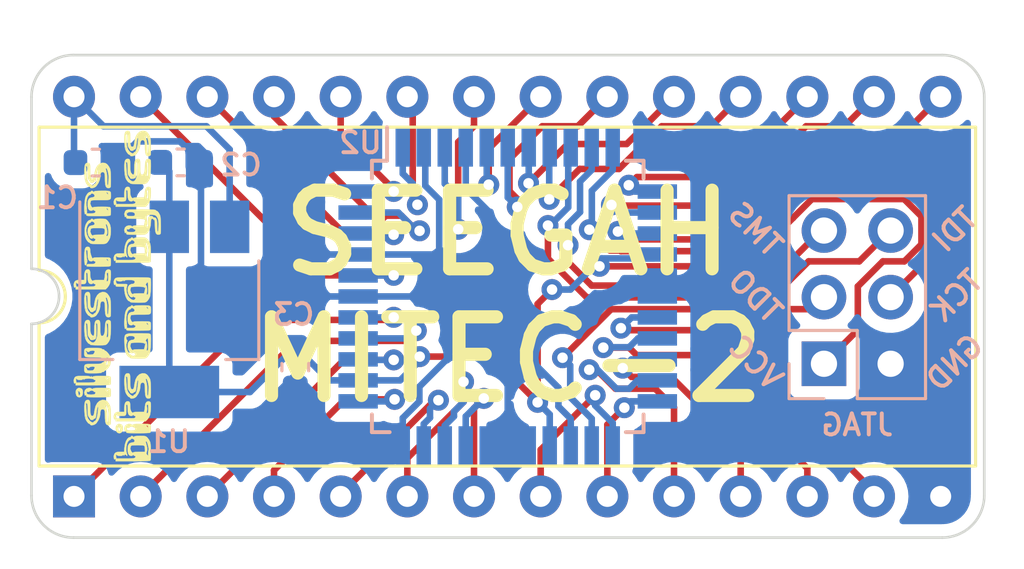
<source format=kicad_pcb>
(kicad_pcb (version 20211014) (generator pcbnew)
  (layers (0 "F.Cu" signal) (31 "B.Cu" signal) (34 "B.Paste" user) (35 "F.Paste" user) (36 "B.SilkS" user "B.Silkscreen") (37 "F.SilkS" user "F.Silkscreen") (38 "B.Mask" user) (39 "F.Mask" user) (44 "Edge.Cuts" user))
  (net 0 "")
  (net 1 "+5V")
  (net 2 "+3V3")
  (net 3 "GND")
  (net 4 "/~{NMI}")
  (net 5 "/~{CSSRAM}")
  (net 6 "/~{MREQ}")
  (net 7 "/~{CEROM2}")
  (net 8 "/~{NMIN}")
  (net 9 "/A6")
  (net 10 "/~{RD}")
  (net 11 "/A7")
  (net 12 "/~{WR}")
  (net 13 "/RAMA7")
  (net 14 "/~{IORQ}")
  (net 15 "/~{MUX}")
  (net 16 "/~{RFSH}")
  (net 17 "/~{RAS1}")
  (net 18 "/~{MEMR}")
  (net 19 "/~{RAS2}")
  (net 20 "/~{MEMW}")
  (net 21 "/~{CAS1}")
  (net 22 "/~{IOR}")
  (net 23 "/~{CAS2}")
  (net 24 "/~{IOW}")
  (net 25 "/~{CE89}")
  (net 26 "/A14")
  (net 27 "/~{CSR}")
  (net 28 "/A15")
  (net 29 "/~{CSW}")
  (net 30 "/JTAG_TDI")
  (net 31 "/JTAG_TMS")
  (net 32 "/JTAG_TCK")
  (net 33 "/JTAG_TDO")
  (footprint "Silvestron Components:sbab-text-logo-tiny" (layer "F.Cu") (at 118 102.4 90)
    (fp_text reference "G***" hide)
    (fp_text value "LOGO" hide)
  )
  (footprint "Package_DIP:DIP-28_W15.24mm_Socket" (layer "F.Cu") (at 116.237236 109.787839 90)
    (fp_text reference "J1" hide)
    (fp_text value "MITEC2")
    (pad "1" thru_hole rect (at 0 0 90) (size 1.6 1.6) (drill 0.8) (layers *.Cu *.Mask) (net 4 "/~{NMI}"))
    (pad "2" thru_hole oval (at 0 2.54 90) (size 1.6 1.6) (drill 0.8) (layers *.Cu *.Mask) (net 6 "/~{MREQ}"))
    (pad "3" thru_hole oval (at 0 5.08 90) (size 1.6 1.6) (drill 0.8) (layers *.Cu *.Mask) (net 8 "/~{NMIN}"))
    (pad "4" thru_hole oval (at 0 7.62 90) (size 1.6 1.6) (drill 0.8) (layers *.Cu *.Mask) (net 10 "/~{RD}"))
    (pad "5" thru_hole oval (at 0 10.16 90) (size 1.6 1.6) (drill 0.8) (layers *.Cu *.Mask) (net 12 "/~{WR}"))
    (pad "6" thru_hole oval (at 0 12.7 90) (size 1.6 1.6) (drill 0.8) (layers *.Cu *.Mask) (net 14 "/~{IORQ}"))
    (pad "7" thru_hole oval (at 0 15.24 90) (size 1.6 1.6) (drill 0.8) (layers *.Cu *.Mask) (net 16 "/~{RFSH}"))
    (pad "8" thru_hole oval (at 0 17.78 90) (size 1.6 1.6) (drill 0.8) (layers *.Cu *.Mask) (net 18 "/~{MEMR}"))
    (pad "9" thru_hole oval (at 0 20.32 90) (size 1.6 1.6) (drill 0.8) (layers *.Cu *.Mask) (net 20 "/~{MEMW}"))
    (pad "10" thru_hole oval (at 0 22.86 90) (size 1.6 1.6) (drill 0.8) (layers *.Cu *.Mask) (net 22 "/~{IOR}"))
    (pad "11" thru_hole oval (at 0 25.4 90) (size 1.6 1.6) (drill 0.8) (layers *.Cu *.Mask) (net 24 "/~{IOW}"))
    (pad "12" thru_hole oval (at 0 27.94 90) (size 1.6 1.6) (drill 0.8) (layers *.Cu *.Mask) (net 26 "/A14"))
    (pad "13" thru_hole oval (at 0 30.48 90) (size 1.6 1.6) (drill 0.8) (layers *.Cu *.Mask) (net 28 "/A15"))
    (pad "14" thru_hole oval (at 0 33.02 90) (size 1.6 1.6) (drill 0.8) (layers *.Cu *.Mask) (net 3 "GND"))
    (pad "15" thru_hole oval (at 15.24 33.02 90) (size 1.6 1.6) (drill 0.8) (layers *.Cu *.Mask) (net 5 "/~{CSSRAM}"))
    (pad "16" thru_hole oval (at 15.24 30.48 90) (size 1.6 1.6) (drill 0.8) (layers *.Cu *.Mask) (net 7 "/~{CEROM2}"))
    (pad "17" thru_hole oval (at 15.24 27.94 90) (size 1.6 1.6) (drill 0.8) (layers *.Cu *.Mask) (net 9 "/A6"))
    (pad "18" thru_hole oval (at 15.24 25.4 90) (size 1.6 1.6) (drill 0.8) (layers *.Cu *.Mask) (net 11 "/A7"))
    (pad "19" thru_hole oval (at 15.24 22.86 90) (size 1.6 1.6) (drill 0.8) (layers *.Cu *.Mask) (net 13 "/RAMA7"))
    (pad "20" thru_hole oval (at 15.24 20.32 90) (size 1.6 1.6) (drill 0.8) (layers *.Cu *.Mask) (net 15 "/~{MUX}"))
    (pad "21" thru_hole oval (at 15.24 17.78 90) (size 1.6 1.6) (drill 0.8) (layers *.Cu *.Mask) (net 17 "/~{RAS1}"))
    (pad "22" thru_hole oval (at 15.24 15.24 90) (size 1.6 1.6) (drill 0.8) (layers *.Cu *.Mask) (net 19 "/~{RAS2}"))
    (pad "23" thru_hole oval (at 15.24 12.7 90) (size 1.6 1.6) (drill 0.8) (layers *.Cu *.Mask) (net 21 "/~{CAS1}"))
    (pad "24" thru_hole oval (at 15.24 10.16 90) (size 1.6 1.6) (drill 0.8) (layers *.Cu *.Mask) (net 23 "/~{CAS2}"))
    (pad "25" thru_hole oval (at 15.24 7.62 90) (size 1.6 1.6) (drill 0.8) (layers *.Cu *.Mask) (net 25 "/~{CE89}"))
    (pad "26" thru_hole oval (at 15.24 5.08 90) (size 1.6 1.6) (drill 0.8) (layers *.Cu *.Mask) (net 27 "/~{CSR}"))
    (pad "27" thru_hole oval (at 15.24 2.54 90) (size 1.6 1.6) (drill 0.8) (layers *.Cu *.Mask) (net 29 "/~{CSW}"))
    (pad "28" thru_hole oval (at 15.24 0 90) (size 1.6 1.6) (drill 0.8) (layers *.Cu *.Mask) (net 1 "+5V"))
  )
  (footprint "Capacitor_SMD:C_0603_1608Metric" (layer "B.Cu") (at 117.067237 97.057838 180)
    (fp_text reference "C1" (at 1.467237 -1.342162) (layer "B.SilkS") (effects (font (size 0.8 0.8)) (justify mirror)))
    (fp_text value "1uF")
    (pad "1" smd roundrect locked (at -0.775 0 180) (size 0.9 0.95) (layers "B.Cu" "B.Paste" "B.Mask") (net 3 "GND"))
    (pad "2" smd roundrect locked (at 0.775 0 180) (size 0.9 0.95) (layers "B.Cu" "B.Paste" "B.Mask") (net 1 "+5V"))
  )
  (footprint "Package_TO_SOT_SMD:SOT-223-3_TabPin2" (layer "B.Cu") (at 119.867237 102.657839 -90)
    (fp_text reference "U1" (at 5.042161 0.017237 -180) (layer "B.SilkS") (effects (font (size 0.8 0.8)) (justify mirror)))
    (fp_text value "AMS1117-3.3")
    (pad "1" smd rect locked (at -3.15 2.3 270) (size 2 1.5) (layers "B.Cu" "B.Paste" "B.Mask") (net 3 "GND"))
    (pad "2" smd rect locked (at 3.15 0 270) (size 2 3.8) (layers "B.Cu" "B.Paste" "B.Mask") (net 2 "+3V3"))
    (pad "2" smd rect locked (at -3.15 0 270) (size 2 1.5) (layers "B.Cu" "B.Paste" "B.Mask") (net 2 "+3V3"))
    (pad "3" smd rect locked (at -3.15 -2.3 270) (size 2 1.5) (layers "B.Cu" "B.Paste" "B.Mask") (net 1 "+5V"))
  )
  (footprint "Capacitor_SMD:C_0603_1608Metric" (layer "B.Cu") (at 120.3 97.05)
    (fp_text reference "C2" (at 2.3 0.1) (layer "B.SilkS") (effects (font (size 0.8 0.8)) (justify mirror)))
    (fp_text value "1uF")
    (pad "1" smd roundrect locked (at -0.775 0) (size 0.9 0.95) (layers "B.Cu" "B.Paste" "B.Mask") (net 2 "+3V3"))
    (pad "2" smd roundrect locked (at 0.775 0) (size 0.9 0.95) (layers "B.Cu" "B.Paste" "B.Mask") (net 3 "GND"))
  )
  (footprint "Connector_PinHeader_2.54mm:PinHeader_2x03_P2.54mm_Vertical" (layer "B.Cu") (at 144.81 104.73)
    (fp_text reference "JTAG" (at 1.27 2.33) (layer "B.SilkS") (effects (font (size 0.8 0.8)) (justify mirror)))
    (fp_text value "JTAG")
    (pad "1" thru_hole rect locked (at 0 0) (size 1.7 1.7) (drill 1) (layers *.Cu *.Mask) (net 2 "+3V3"))
    (pad "2" thru_hole oval locked (at 2.54 0) (size 1.7 1.7) (drill 1) (layers *.Cu *.Mask) (net 3 "GND"))
    (pad "3" thru_hole oval locked (at 0 -2.54) (size 1.7 1.7) (drill 1) (layers *.Cu *.Mask) (net 33 "/JTAG_TDO"))
    (pad "4" thru_hole oval locked (at 2.54 -2.54) (size 1.7 1.7) (drill 1) (layers *.Cu *.Mask) (net 32 "/JTAG_TCK"))
    (pad "5" thru_hole oval locked (at 0 -5.08) (size 1.7 1.7) (drill 1) (layers *.Cu *.Mask) (net 31 "/JTAG_TMS"))
    (pad "6" thru_hole oval locked (at 2.54 -5.08) (size 1.7 1.7) (drill 1) (layers *.Cu *.Mask) (net 30 "/JTAG_TDI"))
  )
  (footprint "Capacitor_SMD:C_0603_1608Metric" (layer "B.Cu") (at 124.667237 104.857839 -90)
    (fp_text reference "C3" (at -2.007839 0.067237 180) (layer "B.SilkS") (effects (font (size 0.8 0.8)) (justify mirror)))
    (fp_text value "100nF")
    (pad "1" smd roundrect locked (at -0.775 0 270) (size 0.9 0.95) (layers "B.Cu" "B.Paste" "B.Mask") (net 2 "+3V3"))
    (pad "2" smd roundrect locked (at 0.775 0 270) (size 0.9 0.95) (layers "B.Cu" "B.Paste" "B.Mask") (net 3 "GND"))
  )
  (footprint "Package_QFP:TQFP-44_10x10mm_P0.8mm" (layer "B.Cu") (at 132.762237 102.16284 -90)
    (fp_text reference "U2" (at -5.86284 5.612237 -180) (layer "B.SilkS") (effects (font (size 0.8 0.8)) (justify mirror)))
    (fp_text value "XC9536XL-10VQ44C")
    (pad "1" smd rect locked (at -5.7 4 270) (size 1.5 0.55) (layers "B.Cu" "B.Paste" "B.Mask") (net 21 "/~{CAS1}"))
    (pad "2" smd rect locked (at -5.7 3.2 270) (size 1.5 0.55) (layers "B.Cu" "B.Paste" "B.Mask") (net 3 "GND"))
    (pad "3" smd rect locked (at -5.7 2.4 270) (size 1.5 0.55) (layers "B.Cu" "B.Paste" "B.Mask") (net 19 "/~{RAS2}"))
    (pad "4" smd rect locked (at -5.7 1.6 270) (size 1.5 0.55) (layers "B.Cu" "B.Paste" "B.Mask") (net 3 "GND"))
    (pad "5" smd rect locked (at -5.7 0.8 270) (size 1.5 0.55) (layers "B.Cu" "B.Paste" "B.Mask") (net 17 "/~{RAS1}"))
    (pad "6" smd rect locked (at -5.7 0 270) (size 1.5 0.55) (layers "B.Cu" "B.Paste" "B.Mask") (net 15 "/~{MUX}"))
    (pad "7" smd rect locked (at -5.7 -0.8 270) (size 1.5 0.55) (layers "B.Cu" "B.Paste" "B.Mask") (net 13 "/RAMA7"))
    (pad "8" smd rect locked (at -5.7 -1.6 270) (size 1.5 0.55) (layers "B.Cu" "B.Paste" "B.Mask") (net 11 "/A7"))
    (pad "9" smd rect locked (at -5.7 -2.4 270) (size 1.5 0.55) (layers "B.Cu" "B.Paste" "B.Mask") (net 30 "/JTAG_TDI"))
    (pad "10" smd rect locked (at -5.7 -3.2 270) (size 1.5 0.55) (layers "B.Cu" "B.Paste" "B.Mask") (net 31 "/JTAG_TMS"))
    (pad "11" smd rect locked (at -5.7 -4 270) (size 1.5 0.55) (layers "B.Cu" "B.Paste" "B.Mask") (net 32 "/JTAG_TCK"))
    (pad "12" smd rect locked (at -4 -5.7 180) (size 1.5 0.55) (layers "B.Cu" "B.Paste" "B.Mask") (net 9 "/A6"))
    (pad "13" smd rect locked (at -3.2 -5.7 180) (size 1.5 0.55) (layers "B.Cu" "B.Paste" "B.Mask") (net 7 "/~{CEROM2}"))
    (pad "14" smd rect locked (at -2.4 -5.7 180) (size 1.5 0.55) (layers "B.Cu" "B.Paste" "B.Mask") (net 5 "/~{CSSRAM}"))
    (pad "15" smd rect locked (at -1.6 -5.7 180) (size 1.5 0.55) (layers "B.Cu" "B.Paste" "B.Mask") (net 2 "+3V3"))
    (pad "16" smd rect locked (at -0.8 -5.7 180) (size 1.5 0.55) (layers "B.Cu" "B.Paste" "B.Mask") (net 3 "GND"))
    (pad "17" smd rect locked (at 0 -5.7 180) (size 1.5 0.55) (layers "B.Cu" "B.Paste" "B.Mask") (net 3 "GND"))
    (pad "18" smd rect locked (at 0.8 -5.7 180) (size 1.5 0.55) (layers "B.Cu" "B.Paste" "B.Mask") (net 28 "/A15"))
    (pad "19" smd rect locked (at 1.6 -5.7 180) (size 1.5 0.55) (layers "B.Cu" "B.Paste" "B.Mask") (net 26 "/A14"))
    (pad "20" smd rect locked (at 2.4 -5.7 180) (size 1.5 0.55) (layers "B.Cu" "B.Paste" "B.Mask") (net 24 "/~{IOW}"))
    (pad "21" smd rect locked (at 3.2 -5.7 180) (size 1.5 0.55) (layers "B.Cu" "B.Paste" "B.Mask") (net 22 "/~{IOR}"))
    (pad "22" smd rect locked (at 4 -5.7 180) (size 1.5 0.55) (layers "B.Cu" "B.Paste" "B.Mask") (net 20 "/~{MEMW}"))
    (pad "23" smd rect locked (at 5.7 -4 270) (size 1.5 0.55) (layers "B.Cu" "B.Paste" "B.Mask") (net 18 "/~{MEMR}"))
    (pad "24" smd rect locked (at 5.7 -3.2 270) (size 1.5 0.55) (layers "B.Cu" "B.Paste" "B.Mask") (net 33 "/JTAG_TDO"))
    (pad "25" smd rect locked (at 5.7 -2.4 270) (size 1.5 0.55) (layers "B.Cu" "B.Paste" "B.Mask") (net 3 "GND"))
    (pad "26" smd rect locked (at 5.7 -1.6 270) (size 1.5 0.55) (layers "B.Cu" "B.Paste" "B.Mask") (net 2 "+3V3"))
    (pad "27" smd rect locked (at 5.7 -0.8 270) (size 1.5 0.55) (layers "B.Cu" "B.Paste" "B.Mask") (net 3 "GND"))
    (pad "28" smd rect locked (at 5.7 0 270) (size 1.5 0.55) (layers "B.Cu" "B.Paste" "B.Mask") (net 3 "GND"))
    (pad "29" smd rect locked (at 5.7 0.8 270) (size 1.5 0.55) (layers "B.Cu" "B.Paste" "B.Mask") (net 3 "GND"))
    (pad "30" smd rect locked (at 5.7 1.6 270) (size 1.5 0.55) (layers "B.Cu" "B.Paste" "B.Mask") (net 16 "/~{RFSH}"))
    (pad "31" smd rect locked (at 5.7 2.4 270) (size 1.5 0.55) (layers "B.Cu" "B.Paste" "B.Mask") (net 14 "/~{IORQ}"))
    (pad "32" smd rect locked (at 5.7 3.2 270) (size 1.5 0.55) (layers "B.Cu" "B.Paste" "B.Mask") (net 12 "/~{WR}"))
    (pad "33" smd rect locked (at 5.7 4 270) (size 1.5 0.55) (layers "B.Cu" "B.Paste" "B.Mask") (net 3 "GND"))
    (pad "34" smd rect locked (at 4 5.7 180) (size 1.5 0.55) (layers "B.Cu" "B.Paste" "B.Mask") (net 10 "/~{RD}"))
    (pad "35" smd rect locked (at 3.2 5.7 180) (size 1.5 0.55) (layers "B.Cu" "B.Paste" "B.Mask") (net 2 "+3V3"))
    (pad "36" smd rect locked (at 2.4 5.7 180) (size 1.5 0.55) (layers "B.Cu" "B.Paste" "B.Mask") (net 8 "/~{NMIN}"))
    (pad "37" smd rect locked (at 1.6 5.7 180) (size 1.5 0.55) (layers "B.Cu" "B.Paste" "B.Mask") (net 6 "/~{MREQ}"))
    (pad "38" smd rect locked (at 0.8 5.7 180) (size 1.5 0.55) (layers "B.Cu" "B.Paste" "B.Mask") (net 4 "/~{NMI}"))
    (pad "39" smd rect locked (at 0 5.7 180) (size 1.5 0.55) (layers "B.Cu" "B.Paste" "B.Mask") (net 3 "GND"))
    (pad "40" smd rect locked (at -0.8 5.7 180) (size 1.5 0.55) (layers "B.Cu" "B.Paste" "B.Mask") (net 29 "/~{CSW}"))
    (pad "41" smd rect locked (at -1.6 5.7 180) (size 1.5 0.55) (layers "B.Cu" "B.Paste" "B.Mask") (net 3 "GND"))
    (pad "42" smd rect locked (at -2.4 5.7 180) (size 1.5 0.55) (layers "B.Cu" "B.Paste" "B.Mask") (net 27 "/~{CSR}"))
    (pad "43" smd rect locked (at -3.2 5.7 180) (size 1.5 0.55) (layers "B.Cu" "B.Paste" "B.Mask") (net 25 "/~{CE89}"))
    (pad "44" smd rect locked (at -4 5.7 180) (size 1.5 0.55) (layers "B.Cu" "B.Paste" "B.Mask") (net 23 "/~{CAS2}"))
  )
  (gr_arc (start 150.917237 109.757839) (mid 150.448607 110.88921) (end 149.317236 111.35784) (layer "Edge.Cuts") (width 0.1))
  (gr_line (start 149.317237 92.957839) (end 116.217238 92.957839) (layer "Edge.Cuts") (width 0.1))
  (gr_line (start 150.917237 109.757839) (end 150.917237 94.557839) (layer "Edge.Cuts") (width 0.1))
  (gr_arc (start 116.217237 111.357839) (mid 115.085865 110.88921) (end 114.617237 109.757838) (layer "Edge.Cuts") (width 0.1))
  (gr_line (start 114.617235 101.107838) (end 114.617237 94.557839) (layer "Edge.Cuts") (width 0.1))
  (gr_line (start 114.617237 109.757838) (end 114.617237 103.20784) (layer "Edge.Cuts") (width 0.1))
  (gr_arc (start 149.317237 92.957839) (mid 150.448608 93.426468) (end 150.917237 94.557839) (layer "Edge.Cuts") (width 0.1))
  (gr_line (start 116.217237 111.357839) (end 149.317236 111.35784) (layer "Edge.Cuts") (width 0.1))
  (gr_arc (start 114.617237 94.557839) (mid 115.085867 93.426468) (end 116.217238 92.957839) (layer "Edge.Cuts") (width 0.1))
  (gr_arc (start 114.617235 101.107838) (mid 115.667236 102.157838) (end 114.617237 103.20784) (layer "Edge.Cuts") (width 0.1))
  (gr_text "TCK" (at 149.85 102.147838 45) (layer "B.SilkS") (effects (font (size 0.8 0.8)) (justify mirror)))
  (gr_text "VCC" (at 142.2 104.687838 315) (layer "B.SilkS") (effects (font (size 0.8 0.8)) (justify mirror)))
  (gr_text "TMS" (at 142.2 99.607838 315) (layer "B.SilkS") (effects (font (size 0.8 0.8)) (justify mirror)))
  (gr_text "GND" (at 149.8 104.687839 45) (layer "B.SilkS") (effects (font (size 0.8 0.8)) (justify mirror)))
  (gr_text "TDI" (at 149.8 99.607838 45) (layer "B.SilkS") (effects (font (size 0.8 0.8)) (justify mirror)))
  (gr_text "TDO" (at 142.2 102.147839 315) (layer "B.SilkS") (effects (font (size 0.8 0.8)) (justify mirror)))
  (gr_text "SEEGAH\nMITEC-2" (at 132.762236 102.162839) (layer "F.SilkS") (effects (font (size 3 3) (thickness 0.5))))
  (segment (start 122.167236 96.557839) (end 121.281748 95.672351) (width 0.25) (layer "B.Cu") (net 1))
  (segment (start 116.292238 97.057839) (end 116.237237 97.002839) (width 0.25) (layer "B.Cu") (net 1))
  (segment (start 117.361748 95.67235) (end 116.237237 94.547839) (width 0.25) (layer "B.Cu") (net 1))
  (segment (start 116.237237 97.002839) (end 116.237237 94.547839) (width 0.25) (layer "B.Cu") (net 1))
  (segment (start 122.167236 99.507838) (end 122.167236 96.557839) (width 0.25) (layer "B.Cu") (net 1))
  (segment (start 121.281748 95.672351) (end 117.361748 95.67235) (width 0.25) (layer "B.Cu") (net 1))
  (segment (start 141.786483 101.013517) (end 143.635489 99.164511) (width 0.25) (layer "F.Cu") (net 2))
  (segment (start 143.635489 99.163501) (end 144.34899 98.45) (width 0.25) (layer "F.Cu") (net 2))
  (segment (start 143.635489 99.164511) (end 143.635489 99.163501) (width 0.25) (layer "F.Cu") (net 2))
  (segment (start 132.157227 104.457227) (end 133.9 106.2) (width 0.25) (layer "F.Cu") (net 2))
  (segment (start 133.9 102.45) (end 133.9 106.2) (width 0.25) (layer "F.Cu") (net 2))
  (segment (start 134.45 101.9) (end 133.9 102.45) (width 0.25) (layer "F.Cu") (net 2))
  (segment (start 147.864282 98.45) (end 148.524511 99.110229) (width 0.25) (layer "F.Cu") (net 2))
  (segment (start 144.34899 98.45) (end 147.864282 98.45) (width 0.25) (layer "F.Cu") (net 2))
  (segment (start 148.524511 99.110229) (end 148.524511 100.175489) (width 0.25) (layer "F.Cu") (net 2))
  (segment (start 146.1 101.77899) (end 146.1 103.44) (width 0.25) (layer "F.Cu") (net 2))
  (segment (start 136.257702 101.013517) (end 141.786483 101.013517) (width 0.25) (layer "F.Cu") (net 2))
  (segment (start 148.524511 100.175489) (end 147.875489 100.824511) (width 0.25) (layer "F.Cu") (net 2))
  (segment (start 129.408897 104.457227) (end 132.157227 104.457227) (width 0.25) (layer "F.Cu") (net 2))
  (segment (start 147.875489 100.824511) (end 147.054479 100.824511) (width 0.25) (layer "F.Cu") (net 2))
  (segment (start 146.1 103.44) (end 144.81 104.73) (width 0.25) (layer "F.Cu") (net 2))
  (segment (start 147.054479 100.824511) (end 146.1 101.77899) (width 0.25) (layer "F.Cu") (net 2))
  (via (at 129.408897 104.457227) (size 0.8) (drill 0.4) (layers "F.Cu" "B.Cu") (net 2))
  (via (at 136.257702 101.013517) (size 0.8) (drill 0.4) (layers "F.Cu" "B.Cu") (net 2))
  (via (at 134.45 101.9) (size 0.8) (drill 0.4) (layers "F.Cu" "B.Cu") (net 2))
  (via (at 133.9 106.2) (size 0.8) (drill 0.4) (layers "F.Cu" "B.Cu") (net 2))
  (segment (start 135.150685 101.9) (end 136.125342 100.925342) (width 0.25) (layer "B.Cu") (net 2))
  (segment (start 125.947238 105.36284) (end 124.667237 104.082839) (width 0.25) (layer "B.Cu") (net 2))
  (segment (start 119.867237 97.392237) (end 119.867237 99.507839) (width 0.25) (layer "B.Cu") (net 2))
  (segment (start 138.313678 100.711399) (end 138.462237 100.56284) (width 0.25) (layer "B.Cu") (net 2))
  (segment (start 119.867237 105.807838) (end 122.942238 105.807839) (width 0.25) (layer "B.Cu") (net 2))
  (segment (start 119.525 97.05) (end 119.867237 97.392237) (width 0.25) (layer "B.Cu") (net 2))
  (segment (start 136.213517 101.013517) (end 136.257702 101.013517) (width 0.25) (layer "B.Cu") (net 2))
  (segment (start 136.125342 100.925342) (end 136.213517 101.013517) (width 0.25) (layer "B.Cu") (net 2))
  (segment (start 136.339286 100.711399) (end 138.313678 100.711399) (width 0.25) (layer "B.Cu") (net 2))
  (segment (start 122.942238 105.807839) (end 124.667236 104.082839) (width 0.25) (layer "B.Cu") (net 2))
  (segment (start 136.125342 100.925342) (end 136.339286 100.711399) (width 0.25) (layer "B.Cu") (net 2))
  (segment (start 129.408897 104.615294) (end 128.661351 105.36284) (width 0.25) (layer "B.Cu") (net 2))
  (segment (start 129.408897 104.457227) (end 129.408897 104.615294) (width 0.25) (layer "B.Cu") (net 2))
  (segment (start 133.9 106.2) (end 134.362237 106.662237) (width 0.25) (layer "B.Cu") (net 2))
  (segment (start 127.062237 105.36284) (end 125.947238 105.36284) (width 0.25) (layer "B.Cu") (net 2))
  (segment (start 134.45 101.9) (end 135.150685 101.9) (width 0.25) (layer "B.Cu") (net 2))
  (segment (start 128.661351 105.36284) (end 127.062237 105.36284) (width 0.25) (layer "B.Cu") (net 2))
  (segment (start 119.867237 105.807838) (end 119.867236 99.507838) (width 0.25) (layer "B.Cu") (net 2))
  (segment (start 134.362237 106.662237) (end 134.362237 107.86284) (width 0.25) (layer "B.Cu") (net 2))
  (segment (start 129.395331 106.166623) (end 129.395331 105.604669) (width 0.25) (layer "B.Cu") (net 3))
  (segment (start 117.567237 97.332839) (end 117.567238 99.507839) (width 0.25) (layer "B.Cu") (net 3))
  (segment (start 127.062237 102.16284) (end 125.63716 102.16284) (width 0.25) (layer "B.Cu") (net 3))
  (segment (start 128.762237 106.799717) (end 129.395331 106.166623) (width 0.25) (layer "B.Cu") (net 3))
  (segment (start 130.48716 102.16284) (end 130.7 101.95) (width 0.25) (layer "B.Cu") (net 3))
  (segment (start 128.762237 107.86284) (end 128.762237 106.799717) (width 0.25) (layer "B.Cu") (net 3))
  (segment (start 132.05 98.936877) (end 132.05 100) (width 0.25) (layer "B.Cu") (net 3))
  (segment (start 132.762237 107.86284) (end 132.762237 105.037763) (width 0.25) (layer "B.Cu") (net 3))
  (segment (start 135.162237 107.86284) (end 135.162237 106.826519) (width 0.25) (layer "B.Cu") (net 3))
  (segment (start 135.162237 106.826519) (end 134.692859 106.357141) (width 0.25) (layer "B.Cu") (net 3))
  (segment (start 129.395331 105.604669) (end 130.5 104.5) (width 0.25) (layer "B.Cu") (net 3))
  (segment (start 134.692859 105.642859) (end 133.85 104.8) (width 0.25) (layer "B.Cu") (net 3))
  (segment (start 131.162237 98.026519) (end 131.313226 98.177508) (width 0.25) (layer "B.Cu") (net 3))
  (segment (start 117.842237 97.057838) (end 117.567237 97.332839) (width 0.25) (layer "B.Cu") (net 3))
  (segment (start 130.75 101.15) (end 130.149989 100.549989) (width 0.25) (layer "B.Cu") (net 3))
  (segment (start 118.649595 96.25048) (end 120.27548 96.25048) (width 0.25) (layer "B.Cu") (net 3))
  (segment (start 127.062237 100.56284) (end 125.46284 100.56284) (width 0.25) (layer "B.Cu") (net 3))
  (segment (start 127.062237 102.16284) (end 130.48716 102.16284) (width 0.25) (layer "B.Cu") (net 3))
  (segment (start 130.149989 98.469471) (end 129.620575 97.940057) (width 0.25) (layer "B.Cu") (net 3))
  (segment (start 130.149989 100.549989) (end 130.149989 98.469471) (width 0.25) (layer "B.Cu") (net 3))
  (segment (start 127.062237 100.56284) (end 130.336068 100.56284) (width 0.25) (layer "B.Cu") (net 3))
  (segment (start 129.620575 96.521178) (end 129.562237 96.46284) (width 0.25) (layer "B.Cu") (net 3))
  (segment (start 131.313226 98.200103) (end 132.05 98.936877) (width 0.25) (layer "B.Cu") (net 3))
  (segment (start 131.162237 96.46284) (end 131.162237 98.026519) (width 0.25) (layer "B.Cu") (net 3))
  (segment (start 134.692859 106.357141) (end 134.692859 105.642859) (width 0.25) (layer "B.Cu") (net 3))
  (segment (start 121.075 97.05) (end 121.075 101.925) (width 0.25) (layer "B.Cu") (net 3))
  (segment (start 131.313226 98.177508) (end 131.313226 98.200103) (width 0.25) (layer "B.Cu") (net 3))
  (segment (start 120.27548 96.25048) (end 121.075 97.05) (width 0.25) (layer "B.Cu") (net 3))
  (segment (start 129.620575 97.940057) (end 129.620575 96.521178) (width 0.25) (layer "B.Cu") (net 3))
  (segment (start 117.842237 97.057838) (end 118.649595 96.25048) (width 0.25) (layer "B.Cu") (net 3))
  (segment (start 128.417237 102.957838) (end 128.317237 103.057839) (width 0.25) (layer "F.Cu") (net 4))
  (segment (start 128.317237 103.057839) (end 122.967237 103.057839) (width 0.25) (layer "F.Cu") (net 4))
  (segment (start 122.967237 103.057839) (end 116.237236 109.787839) (width 0.25) (layer "F.Cu") (net 4))
  (via (at 128.417237 102.957838) (size 0.8) (drill 0.4) (layers "F.Cu" "B.Cu") (net 4))
  (segment (start 128.412237 102.962838) (end 127.062237 102.962839) (width 0.25) (layer "B.Cu") (net 4))
  (segment (start 128.417237 102.957838) (end 128.412237 102.962838) (width 0.25) (layer "B.Cu") (net 4))
  (segment (start 140.913112 99.986888) (end 143.492161 97.407839) (width 0.25) (layer "F.Cu") (net 5))
  (segment (start 136.959377 99.68598) (end 137.260285 99.986888) (width 0.25) (layer "F.Cu") (net 5))
  (segment (start 146.397236 97.407839) (end 149.257237 94.547839) (width 0.25) (layer "F.Cu") (net 5))
  (segment (start 137.260285 99.986888) (end 140.913112 99.986888) (width 0.25) (layer "F.Cu") (net 5))
  (segment (start 143.492161 97.407839) (end 146.397236 97.407839) (width 0.25) (layer "F.Cu") (net 5))
  (via (at 136.959377 99.68598) (size 0.8) (drill 0.4) (layers "F.Cu" "B.Cu") (net 5))
  (segment (start 137.036236 99.762839) (end 138.462238 99.762839) (width 0.25) (layer "B.Cu") (net 5))
  (segment (start 136.959377 99.68598) (end 137.036236 99.762839) (width 0.25) (layer "B.Cu") (net 5))
  (segment (start 124.707237 103.857838) (end 118.777237 109.787839) (width 0.25) (layer "F.Cu") (net 6))
  (segment (start 128.886236 103.857838) (end 124.707237 103.857838) (width 0.25) (layer "F.Cu") (net 6))
  (segment (start 129.277702 103.466372) (end 128.886236 103.857838) (width 0.25) (layer "F.Cu") (net 6))
  (via (at 129.277702 103.466372) (size 0.8) (drill 0.4) (layers "F.Cu" "B.Cu") (net 6))
  (segment (start 129.277702 103.466372) (end 128.981235 103.762839) (width 0.25) (layer "B.Cu") (net 6))
  (segment (start 128.981235 103.762839) (end 127.062238 103.762839) (width 0.25) (layer "B.Cu") (net 6))
  (segment (start 145.592725 95.67235) (end 146.717236 94.547839) (width 0.25) (layer "F.Cu") (net 7))
  (segment (start 141.1 98.7) (end 144.12765 95.67235) (width 0.25) (layer "F.Cu") (net 7))
  (segment (start 136.740913 98.7) (end 141.1 98.7) (width 0.25) (layer "F.Cu") (net 7))
  (segment (start 136.712899 98.671986) (end 136.740913 98.7) (width 0.25) (layer "F.Cu") (net 7))
  (segment (start 144.12765 95.67235) (end 145.592725 95.67235) (width 0.25) (layer "F.Cu") (net 7))
  (via (at 136.712899 98.671986) (size 0.8) (drill 0.4) (layers "F.Cu" "B.Cu") (net 7))
  (segment (start 137.003753 98.96284) (end 138.462237 98.96284) (width 0.25) (layer "B.Cu") (net 7))
  (segment (start 136.712899 98.671986) (end 137.003753 98.96284) (width 0.25) (layer "B.Cu") (net 7))
  (segment (start 128.417238 104.582339) (end 126.522736 104.582339) (width 0.25) (layer "F.Cu") (net 8))
  (segment (start 126.522736 104.582339) (end 121.317237 109.787838) (width 0.25) (layer "F.Cu") (net 8))
  (via (at 128.417238 104.582339) (size 0.8) (drill 0.4) (layers "F.Cu" "B.Cu") (net 8))
  (segment (start 128.417238 104.582339) (end 127.081737 104.582339) (width 0.25) (layer "B.Cu") (net 8))
  (segment (start 127.081737 104.582339) (end 127.062236 104.562839) (width 0.25) (layer "B.Cu") (net 8))
  (segment (start 137.372752 97.921254) (end 137.685206 97.6088) (width 0.25) (layer "F.Cu") (net 9))
  (segment (start 141.116277 97.6088) (end 144.177236 94.547839) (width 0.25) (layer "F.Cu") (net 9))
  (segment (start 137.685206 97.6088) (end 141.116277 97.6088) (width 0.25) (layer "F.Cu") (net 9))
  (via (at 137.372752 97.921254) (size 0.8) (drill 0.4) (layers "F.Cu" "B.Cu") (net 9))
  (segment (start 137.614337 98.162839) (end 138.462237 98.162839) (width 0.25) (layer "B.Cu") (net 9))
  (segment (start 137.372752 97.921254) (end 137.614337 98.162839) (width 0.25) (layer "B.Cu") (net 9))
  (segment (start 123.857236 108.792764) (end 123.857236 109.787839) (width 0.25) (layer "F.Cu") (net 10))
  (segment (start 126.56266 106.08734) (end 123.857236 108.792764) (width 0.25) (layer "F.Cu") (net 10))
  (segment (start 128.45 106.08734) (end 126.56266 106.08734) (width 0.25) (layer "F.Cu") (net 10))
  (via (at 128.45 106.08734) (size 0.8) (drill 0.4) (layers "F.Cu" "B.Cu") (net 10))
  (segment (start 128.45 106.08734) (end 128.3745 106.16284) (width 0.25) (layer "B.Cu") (net 10))
  (segment (start 128.3745 106.16284) (end 127.062237 106.16284) (width 0.25) (layer "B.Cu") (net 10))
  (segment (start 140.512725 95.67235) (end 138.62765 95.67235) (width 0.25) (layer "F.Cu") (net 11))
  (segment (start 135.50356 97.3) (end 134.342527 98.461033) (width 0.25) (layer "F.Cu") (net 11))
  (segment (start 141.637236 94.547839) (end 140.512725 95.67235) (width 0.25) (layer "F.Cu") (net 11))
  (segment (start 137 97.3) (end 135.50356 97.3) (width 0.25) (layer "F.Cu") (net 11))
  (segment (start 138.62765 95.67235) (end 137 97.3) (width 0.25) (layer "F.Cu") (net 11))
  (via (at 134.342527 98.461033) (size 0.8) (drill 0.4) (layers "F.Cu" "B.Cu") (net 11))
  (segment (start 134.342527 98.461033) (end 134.342527 96.48255) (width 0.25) (layer "B.Cu") (net 11))
  (segment (start 134.342527 96.48255) (end 134.362237 96.46284) (width 0.25) (layer "B.Cu") (net 11))
  (segment (start 129.980158 106.119842) (end 126.397237 109.702763) (width 0.25) (layer "F.Cu") (net 12))
  (segment (start 130.119842 106.119842) (end 129.980158 106.119842) (width 0.25) (layer "F.Cu") (net 12))
  (segment (start 126.397237 109.702763) (end 126.397237 109.787838) (width 0.25) (layer "F.Cu") (net 12))
  (via (at 130.119842 106.119842) (size 0.8) (drill 0.4) (layers "F.Cu" "B.Cu") (net 12))
  (segment (start 129.8 106.788329) (end 129.562237 107.026092) (width 0.25) (layer "B.Cu") (net 12))
  (segment (start 129.8 106.439684) (end 129.8 106.788329) (width 0.25) (layer "B.Cu") (net 12))
  (segment (start 129.562237 107.026092) (end 129.562237 107.86284) (width 0.25) (layer "B.Cu") (net 12))
  (segment (start 130.119842 106.119842) (end 129.8 106.439684) (width 0.25) (layer "B.Cu") (net 12))
  (segment (start 135.050829 96.35) (end 133.554048 97.846781) (width 0.25) (layer "F.Cu") (net 13))
  (segment (start 137.295075 96.35) (end 135.050829 96.35) (width 0.25) (layer "F.Cu") (net 13))
  (segment (start 139.097236 94.547839) (end 137.295075 96.35) (width 0.25) (layer "F.Cu") (net 13))
  (via (at 133.554048 97.846781) (size 0.8) (drill 0.4) (layers "F.Cu" "B.Cu") (net 13))
  (segment (start 133.562237 97.838592) (end 133.554048 97.846781) (width 0.25) (layer "B.Cu") (net 13))
  (segment (start 133.562237 96.46284) (end 133.562237 97.838592) (width 0.25) (layer "B.Cu") (net 13))
  (segment (start 131.077935 106.186347) (end 128.937236 108.327046) (width 0.25) (layer "F.Cu") (net 14))
  (segment (start 128.937236 108.327046) (end 128.937236 109.787839) (width 0.25) (layer "F.Cu") (net 14))
  (segment (start 131.077935 105.41524) (end 131.077935 106.186347) (width 0.25) (layer "F.Cu") (net 14))
  (via (at 131.077935 105.41524) (size 0.8) (drill 0.4) (layers "F.Cu" "B.Cu") (net 14))
  (segment (start 130.712717 106.551565) (end 130.712717 106.737283) (width 0.25) (layer "B.Cu") (net 14))
  (segment (start 130.362237 107.087763) (end 130.362237 107.86284) (width 0.25) (layer "B.Cu") (net 14))
  (segment (start 131.077935 105.41524) (end 131.077935 106.186347) (width 0.25) (layer "B.Cu") (net 14))
  (segment (start 131.077935 106.186347) (end 130.712717 106.551565) (width 0.25) (layer "B.Cu") (net 14))
  (segment (start 130.712717 106.737283) (end 130.362237 107.087763) (width 0.25) (layer "B.Cu") (net 14))
  (segment (start 132.829537 96.920463) (end 134.07765 95.67235) (width 0.25) (layer "F.Cu") (net 15))
  (segment (start 132.829537 98.146884) (end 132.829537 96.920463) (width 0.25) (layer "F.Cu") (net 15))
  (segment (start 133.126268 98.443615) (end 132.829537 98.146884) (width 0.25) (layer "F.Cu") (net 15))
  (segment (start 135.432725 95.67235) (end 136.557236 94.547839) (width 0.25) (layer "F.Cu") (net 15))
  (segment (start 134.07765 95.67235) (end 135.432725 95.67235) (width 0.25) (layer "F.Cu") (net 15))
  (segment (start 133.126268 98.750114) (end 133.126268 98.443615) (width 0.25) (layer "F.Cu") (net 15))
  (via (at 133.126268 98.750114) (size 0.8) (drill 0.4) (layers "F.Cu" "B.Cu") (net 15))
  (segment (start 132.762237 98.386083) (end 132.762237 96.46284) (width 0.25) (layer "B.Cu") (net 15))
  (segment (start 133.126268 98.750114) (end 132.762237 98.386083) (width 0.25) (layer "B.Cu") (net 15))
  (segment (start 131.85 106.05) (end 131.477238 106.422762) (width 0.25) (layer "F.Cu") (net 16))
  (segment (start 131.477238 106.422762) (end 131.477238 109.787839) (width 0.25) (layer "F.Cu") (net 16))
  (via (at 131.85 106.05) (size 0.8) (drill 0.4) (layers "F.Cu" "B.Cu") (net 16))
  (segment (start 131.85 106.05) (end 131.162237 106.737763) (width 0.25) (layer "B.Cu") (net 16))
  (segment (start 131.162237 106.737763) (end 131.162237 107.86284) (width 0.25) (layer "B.Cu") (net 16))
  (segment (start 132.037737 96.527339) (end 134.017237 94.547839) (width 0.25) (layer "F.Cu") (net 17))
  (segment (start 132.037737 97.9) (end 132.037737 96.527339) (width 0.25) (layer "F.Cu") (net 17))
  (via (at 132.037737 97.9) (size 0.8) (drill 0.4) (layers "F.Cu" "B.Cu") (net 17))
  (segment (start 131.962237 97.8245) (end 131.962237 96.46284) (width 0.25) (layer "B.Cu") (net 17))
  (segment (start 132.037737 97.9) (end 131.962237 97.8245) (width 0.25) (layer "B.Cu") (net 17))
  (segment (start 134.017236 108.007251) (end 136.09365 105.930837) (width 0.25) (layer "F.Cu") (net 18))
  (segment (start 134.017236 109.787839) (end 134.017236 108.007251) (width 0.25) (layer "F.Cu") (net 18))
  (via (at 136.09365 105.930837) (size 0.8) (drill 0.4) (layers "F.Cu" "B.Cu") (net 18))
  (segment (start 136.09365 106.320231) (end 136.762237 106.988818) (width 0.25) (layer "B.Cu") (net 18))
  (segment (start 136.762237 106.988818) (end 136.762237 107.86284) (width 0.25) (layer "B.Cu") (net 18))
  (segment (start 136.09365 105.930837) (end 136.09365 106.320231) (width 0.25) (layer "B.Cu") (net 18))
  (segment (start 131.477237 95.672763) (end 131.477237 94.547838) (width 0.25) (layer "F.Cu") (net 19))
  (segment (start 130.8745 99.6) (end 130.8745 96.2755) (width 0.25) (layer "F.Cu") (net 19))
  (segment (start 130.8745 96.2755) (end 131.477237 95.672763) (width 0.25) (layer "F.Cu") (net 19))
  (via (at 130.8745 99.6) (size 0.8) (drill 0.4) (layers "F.Cu" "B.Cu") (net 19))
  (segment (start 130.8745 98.3745) (end 130.362237 97.862237) (width 0.25) (layer "B.Cu") (net 19))
  (segment (start 130.362237 97.862237) (end 130.362237 96.46284) (width 0.25) (layer "B.Cu") (net 19))
  (segment (start 130.8745 99.6) (end 130.8745 98.3745) (width 0.25) (layer "B.Cu") (net 19))
  (segment (start 136.557236 107.051789) (end 136.557236 109.787839) (width 0.25) (layer "F.Cu") (net 20))
  (segment (start 137.203521 106.405504) (end 136.557236 107.051789) (width 0.25) (layer "F.Cu") (net 20))
  (via (at 137.203521 106.405504) (size 0.8) (drill 0.4) (layers "F.Cu" "B.Cu") (net 20))
  (segment (start 137.203521 106.405504) (end 137.446185 106.16284) (width 0.25) (layer "B.Cu") (net 20))
  (segment (start 137.446185 106.16284) (end 138.462237 106.16284) (width 0.25) (layer "B.Cu") (net 20))
  (segment (start 129.320472 98.664568) (end 129.141748 98.485844) (width 0.25) (layer "F.Cu") (net 21))
  (segment (start 129.141748 98.485844) (end 129.141748 94.752351) (width 0.25) (layer "F.Cu") (net 21))
  (segment (start 129.141748 94.752351) (end 128.937237 94.54784) (width 0.25) (layer "F.Cu") (net 21))
  (via (at 129.320472 98.664568) (size 0.8) (drill 0.4) (layers "F.Cu" "B.Cu") (net 21))
  (segment (start 128.762237 97.478225) (end 128.762237 96.462839) (width 0.25) (layer "B.Cu") (net 21))
  (segment (start 129.141748 97.857736) (end 128.762237 97.478225) (width 0.25) (layer "B.Cu") (net 21))
  (segment (start 129.141748 98.485844) (end 129.141748 97.857736) (width 0.25) (layer "B.Cu") (net 21))
  (segment (start 129.320472 98.664568) (end 129.141748 98.485844) (width 0.25) (layer "B.Cu") (net 21))
  (segment (start 136.144827 104.9574) (end 136.86842 105.680993) (width 0.25) (layer "F.Cu") (net 22))
  (segment (start 135.866879 104.9574) (end 136.144827 104.9574) (width 0.25) (layer "F.Cu") (net 22))
  (segment (start 136.86842 105.680993) (end 138.380993 105.680993) (width 0.25) (layer "F.Cu") (net 22))
  (segment (start 138.380993 105.680993) (end 139.097237 106.397237) (width 0.25) (layer "F.Cu") (net 22))
  (segment (start 139.097237 106.397237) (end 139.097237 109.787839) (width 0.25) (layer "F.Cu") (net 22))
  (via (at 135.866879 104.9574) (size 0.8) (drill 0.4) (layers "F.Cu" "B.Cu") (net 22))
  (segment (start 137.387726 105.680993) (end 137.705879 105.36284) (width 0.25) (layer "B.Cu") (net 22))
  (segment (start 136.179825 104.9574) (end 136.903418 105.680993) (width 0.25) (layer "B.Cu") (net 22))
  (segment (start 137.705879 105.36284) (end 138.462237 105.36284) (width 0.25) (layer "B.Cu") (net 22))
  (segment (start 135.866879 104.9574) (end 136.179825 104.9574) (width 0.25) (layer "B.Cu") (net 22))
  (segment (start 136.903418 105.680993) (end 137.387726 105.680993) (width 0.25) (layer "B.Cu") (net 22))
  (segment (start 128.417237 98.157839) (end 128.417237 98.083241) (width 0.25) (layer "F.Cu") (net 23))
  (segment (start 126.397237 96.063241) (end 126.397238 94.547839) (width 0.25) (layer "F.Cu") (net 23))
  (segment (start 128.417237 98.083241) (end 126.397237 96.063241) (width 0.25) (layer "F.Cu") (net 23))
  (via (at 128.417237 98.157839) (size 0.8) (drill 0.4) (layers "F.Cu" "B.Cu") (net 23))
  (segment (start 128.417237 98.157839) (end 128.412238 98.162839) (width 0.25) (layer "B.Cu") (net 23))
  (segment (start 128.412238 98.162839) (end 127.062237 98.162838) (width 0.25) (layer "B.Cu") (net 23))
  (segment (start 137.144126 104.896393) (end 137.479206 105.231473) (width 0.25) (layer "F.Cu") (net 24))
  (segment (start 141.637237 107.877839) (end 141.637237 109.78784) (width 0.25) (layer "F.Cu") (net 24))
  (segment (start 138.990871 105.231473) (end 141.637237 107.877839) (width 0.25) (layer "F.Cu") (net 24))
  (segment (start 137.479206 105.231473) (end 138.990871 105.231473) (width 0.25) (layer "F.Cu") (net 24))
  (via (at 137.144126 104.896393) (size 0.8) (drill 0.4) (layers "F.Cu" "B.Cu") (net 24))
  (segment (start 137.47768 104.562839) (end 138.462236 104.562839) (width 0.25) (layer "B.Cu") (net 24))
  (segment (start 137.144126 104.896393) (end 137.47768 104.562839) (width 0.25) (layer "B.Cu") (net 24))
  (segment (start 129.250227 99.507736) (end 129.139042 99.507736) (width 0.25) (layer "F.Cu") (net 25))
  (segment (start 128.114428 99.083328) (end 127.878576 99.31918) (width 0.25) (layer "F.Cu") (net 25))
  (segment (start 123.857236 95.29784) (end 123.857237 94.547838) (width 0.25) (layer "F.Cu") (net 25))
  (segment (start 129.403136 99.660645) (end 129.250227 99.507736) (width 0.25) (layer "F.Cu") (net 25))
  (segment (start 129.139042 99.507736) (end 128.714634 99.083328) (width 0.25) (layer "F.Cu") (net 25))
  (segment (start 127.878576 99.31918) (end 123.857236 95.29784) (width 0.25) (layer "F.Cu") (net 25))
  (segment (start 128.714634 99.083328) (end 128.114428 99.083328) (width 0.25) (layer "F.Cu") (net 25))
  (via (at 129.403136 99.660645) (size 0.8) (drill 0.4) (layers "F.Cu" "B.Cu") (net 25))
  (segment (start 129.139042 99.507736) (end 128.594145 98.962839) (width 0.25) (layer "B.Cu") (net 25))
  (segment (start 129.403136 99.660645) (end 129.250227 99.507736) (width 0.25) (layer "B.Cu") (net 25))
  (segment (start 129.250227 99.507736) (end 129.139042 99.507736) (width 0.25) (layer "B.Cu") (net 25))
  (segment (start 128.594145 98.962839) (end 127.062236 98.962839) (width 0.25) (layer "B.Cu") (net 25))
  (segment (start 139.859398 104.4) (end 144.177237 108.717839) (width 0.25) (layer "F.Cu") (net 26))
  (segment (start 137.672347 104.4) (end 139.859398 104.4) (width 0.25) (layer "F.Cu") (net 26))
  (segment (start 136.40282 104.113734) (end 137.386081 104.113734) (width 0.25) (layer "F.Cu") (net 26))
  (segment (start 144.177237 108.717839) (end 144.177237 109.787839) (width 0.25) (layer "F.Cu") (net 26))
  (segment (start 137.386081 104.113734) (end 137.672347 104.4) (width 0.25) (layer "F.Cu") (net 26))
  (via (at 136.40282 104.113734) (size 0.8) (drill 0.4) (layers "F.Cu" "B.Cu") (net 26))
  (segment (start 137.724888 103.762838) (end 138.462236 103.762838) (width 0.25) (layer "B.Cu") (net 26))
  (segment (start 137.387726 104.1) (end 137.724888 103.762838) (width 0.25) (layer "B.Cu") (net 26))
  (segment (start 136.416554 104.1) (end 137.387726 104.1) (width 0.25) (layer "B.Cu") (net 26))
  (segment (start 136.40282 104.113734) (end 136.416554 104.1) (width 0.25) (layer "B.Cu") (net 26))
  (segment (start 128.414531 99.807839) (end 126.577237 99.807838) (width 0.25) (layer "F.Cu") (net 27))
  (segment (start 126.577237 99.807838) (end 121.317237 94.547839) (width 0.25) (layer "F.Cu") (net 27))
  (via (at 128.414531 99.807839) (size 0.8) (drill 0.4) (layers "F.Cu" "B.Cu") (net 27))
  (segment (start 128.414531 99.807839) (end 127.107237 99.807839) (width 0.25) (layer "B.Cu") (net 27))
  (segment (start 127.107237 99.807839) (end 127.062236 99.762838) (width 0.25) (layer "B.Cu") (net 27))
  (segment (start 146.717238 109.607839) (end 146.717237 109.787839) (width 0.25) (layer "F.Cu") (net 28))
  (segment (start 140.559399 103.45) (end 146.717238 109.607839) (width 0.25) (layer "F.Cu") (net 28))
  (segment (start 137.150826 103.45) (end 140.559399 103.45) (width 0.25) (layer "F.Cu") (net 28))
  (segment (start 137.073341 103.372515) (end 137.150826 103.45) (width 0.25) (layer "F.Cu") (net 28))
  (via (at 137.073341 103.372515) (size 0.8) (drill 0.4) (layers "F.Cu" "B.Cu") (net 28))
  (segment (start 137.483016 102.96284) (end 138.462237 102.96284) (width 0.25) (layer "B.Cu") (net 28))
  (segment (start 137.073341 103.372515) (end 137.483016 102.96284) (width 0.25) (layer "B.Cu") (net 28))
  (segment (start 125.587237 101.357838) (end 118.777237 94.547839) (width 0.25) (layer "F.Cu") (net 29))
  (segment (start 128.417238 101.357839) (end 125.587237 101.357838) (width 0.25) (layer "F.Cu") (net 29))
  (via (at 128.417238 101.357839) (size 0.8) (drill 0.4) (layers "F.Cu" "B.Cu") (net 29))
  (segment (start 128.412237 101.362839) (end 127.062236 101.362839) (width 0.25) (layer "B.Cu") (net 29))
  (segment (start 128.417238 101.357839) (end 128.412237 101.362839) (width 0.25) (layer "B.Cu") (net 29))
  (segment (start 142.935718 102.05) (end 142.787233 102.198484) (width 0.25) (layer "F.Cu") (net 30))
  (segment (start 147.342236 99.637838) (end 146.155563 100.824511) (width 0.25) (layer "F.Cu") (net 30))
  (segment (start 144.225489 100.824511) (end 143 102.05) (width 0.25) (layer "F.Cu") (net 30))
  (segment (start 134.293659 100.719045) (end 134.293659 99.45934) (width 0.25) (layer "F.Cu") (net 30))
  (segment (start 143 102.05) (end 142.935718 102.05) (width 0.25) (layer "F.Cu") (net 30))
  (segment (start 142.787233 102.198484) (end 135.773098 102.198484) (width 0.25) (layer "F.Cu") (net 30))
  (segment (start 135.773098 102.198484) (end 134.293659 100.719045) (width 0.25) (layer "F.Cu") (net 30))
  (segment (start 146.155563 100.824511) (end 144.225489 100.824511) (width 0.25) (layer "F.Cu") (net 30))
  (via (at 134.293659 99.45934) (size 0.8) (drill 0.4) (layers "F.Cu" "B.Cu") (net 30))
  (segment (start 134.424825 99.328174) (end 134.5 99.328174) (width 0.25) (layer "B.Cu") (net 30))
  (segment (start 134.5 99.328174) (end 135.067038 98.761136) (width 0.25) (layer "B.Cu") (net 30))
  (segment (start 134.293659 99.45934) (end 134.424825 99.328174) (width 0.25) (layer "B.Cu") (net 30))
  (segment (start 135.067038 98.761136) (end 135.067038 96.558039) (width 0.25) (layer "B.Cu") (net 30))
  (segment (start 135.067038 96.558039) (end 135.162237 96.46284) (width 0.25) (layer "B.Cu") (net 30))
  (segment (start 144.712162 99.637838) (end 144.802236 99.637838) (width 0.25) (layer "F.Cu") (net 31))
  (segment (start 135.05979 100.849458) (end 135.959296 101.748964) (width 0.25) (layer "F.Cu") (net 31))
  (segment (start 135.05979 100.208369) (end 135.05979 100.849458) (width 0.25) (layer "F.Cu") (net 31))
  (segment (start 135.959296 101.748964) (end 142.601036 101.748964) (width 0.25) (layer "F.Cu") (net 31))
  (segment (start 142.601036 101.748964) (end 144.712162 99.637838) (width 0.25) (layer "F.Cu") (net 31))
  (via (at 135.05979 100.208369) (size 0.8) (drill 0.4) (layers "F.Cu" "B.Cu") (net 31))
  (segment (start 135.05979 99.404102) (end 135.05979 100.208369) (width 0.25) (layer "B.Cu") (net 31))
  (segment (start 135.962237 96.46284) (end 135.962237 97.336862) (width 0.25) (layer "B.Cu") (net 31))
  (segment (start 135.962237 97.336862) (end 135.516558 97.782541) (width 0.25) (layer "B.Cu") (net 31))
  (segment (start 135.516558 98.947334) (end 135.05979 99.404102) (width 0.25) (layer "B.Cu") (net 31))
  (segment (start 135.516558 97.782541) (end 135.516558 98.947334) (width 0.25) (layer "B.Cu") (net 31))
  (segment (start 149.1 100.420074) (end 147.342236 102.177838) (width 0.25) (layer "F.Cu") (net 32))
  (segment (start 149.1 99.05) (end 149.1 100.420074) (width 0.25) (layer "F.Cu") (net 32))
  (segment (start 143.95 98) (end 148.05 98) (width 0.25) (layer "F.Cu") (net 32))
  (segment (start 137.074088 100.436408) (end 141.513592 100.436408) (width 0.25) (layer "F.Cu") (net 32))
  (segment (start 135.871531 99.622748) (end 136.659274 100.410491) (width 0.25) (layer "F.Cu") (net 32))
  (segment (start 136.659274 100.410491) (end 137.04817 100.410491) (width 0.25) (layer "F.Cu") (net 32))
  (segment (start 137.04817 100.410491) (end 137.074088 100.436408) (width 0.25) (layer "F.Cu") (net 32))
  (segment (start 148.05 98) (end 149.1 99.05) (width 0.25) (layer "F.Cu") (net 32))
  (segment (start 135.871531 99.61696) (end 135.871531 99.622748) (width 0.25) (layer "F.Cu") (net 32))
  (segment (start 141.513592 100.436408) (end 143.95 98) (width 0.25) (layer "F.Cu") (net 32))
  (via (at 135.871531 99.61696) (size 0.8) (drill 0.4) (layers "F.Cu" "B.Cu") (net 32))
  (segment (start 135.966078 99.522413) (end 135.871531 99.61696) (width 0.25) (layer "B.Cu") (net 32))
  (segment (start 136.762237 97.338223) (end 135.966078 98.134382) (width 0.25) (layer "B.Cu") (net 32))
  (segment (start 136.762237 96.46284) (end 136.762237 97.338223) (width 0.25) (layer "B.Cu") (net 32))
  (segment (start 135.966078 98.134382) (end 135.966078 99.522413) (width 0.25) (layer "B.Cu") (net 32))
  (segment (start 134.85 104.5) (end 136.701996 102.648004) (width 0.25) (layer "F.Cu") (net 33))
  (segment (start 136.701996 102.648004) (end 144.33207 102.648004) (width 0.25) (layer "F.Cu") (net 33))
  (segment (start 144.33207 102.648004) (end 144.802236 102.177838) (width 0.25) (layer "F.Cu") (net 33))
  (via (at 134.85 104.5) (size 0.8) (drill 0.4) (layers "F.Cu" "B.Cu") (net 33))
  (segment (start 134.85 104.5) (end 135.142379 104.792379) (width 0.25) (layer "B.Cu") (net 33))
  (segment (start 135.142379 104.792379) (end 135.142379 106.004678) (width 0.25) (layer "B.Cu") (net 33))
  (segment (start 135.962237 106.824536) (end 135.962237 107.86284) (width 0.25) (layer "B.Cu") (net 33))
  (segment (start 135.142379 106.004678) (end 135.962237 106.824536) (width 0.25) (layer "B.Cu") (net 33))
  (zone (net 3) (net_name "GND") (layer "B.Cu") (connect_pads yes (clearance 0.508)) (min_thickness 0.254) (fill yes (thermal_gap 0.508) (thermal_bridge_width 0.508))
    (polygon (pts (xy 113.422021 91.358208) (xy 152.322021 90.858209) (xy 152.272021 112.558209) (xy 113.417236 111.857839)))
  )
)
</source>
